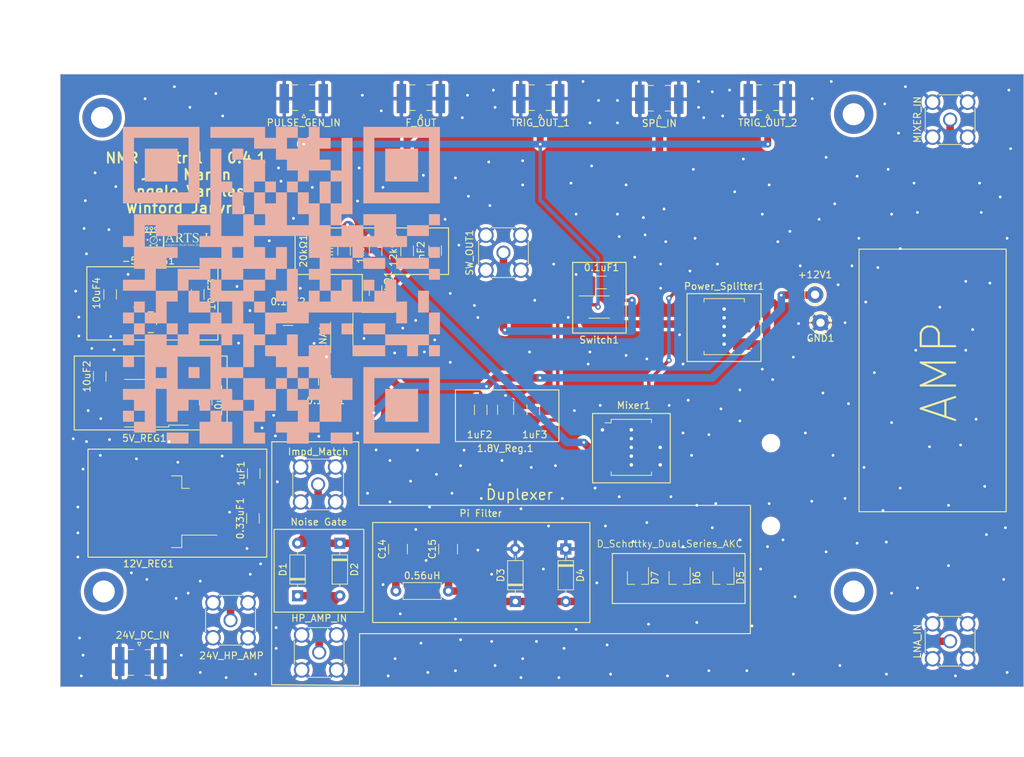
<source format=kicad_pcb>
(kicad_pcb (version 20221018) (generator pcbnew)
  (layers (0 "F.Cu" signal) (31 "B.Cu" signal) (34 "B.Paste" user) (35 "F.Paste" user) (36 "B.SilkS" user "B.Silkscreen") (37 "F.SilkS" user "F.Silkscreen") (38 "B.Mask" user) (39 "F.Mask" user) (44 "Edge.Cuts" user))
  (net 0 "")
  (net 1 "GND")
  (net 2 "Net-(F_OUT1-In)")
  (net 3 "Net-(D1-A)")
  (net 4 "Net-(D3-K)")
  (net 5 "Net-(D1-K)")
  (net 6 "Net-(MIX_RF1-In)")
  (net 7 "Net-(PULSE_GEN_IN1-In)")
  (net 8 "Net-(LNA1-+IN1)")
  (net 9 "Net-(SW_OUT1-In)")
  (net 10 "Net-(LNA1-OUT1)")
  (net 11 "Net-(LNA1--IN1)")
  (net 12 "Net-(LNA1--IN2)")
  (net 13 "Net-(+12V1-In)")
  (net 14 "Net-(1.8V_Reg.1-OUT)")
  (net 17 "Net-(Power_Splitter1-SUM)")
  (net 19 "Net-(Power_Splitter1-PORT2)")
  (net 21 "Net-(12V_REG1-VI)")
  (net 22 "Net-(-5V_REG1-OUT)")
  (net 23 "Net-(-5V_REG1-V+)")
  (net 24 "Net-(-5V_REG1-C1-)")
  (net 25 "Net-(-5V_REG1-C1+)")
  (net 26 "Net-(Mixer1-IF)")
  (net 27 "Net-(Mixer1-LO)")
  (footprint "Connector_Pin:Pin_D1.0mm_L10.0mm_LooseFit" (layer "F.Cu") (at 185.6486 75.184 180)
    (fp_text reference "+12V1")
    (fp_text value "Pin Hole" hide)
  )
  (footprint "Package_TO_SOT_SMD:TSOT-23_HandSoldering" (layer "F.Cu") (at 166.0296 116.264 -90)
    (fp_text reference "D6")
    (fp_text value "D_Schottky_Dual_Series_AKC" hide)
  )
  (footprint "MountingHole:MountingHole_3.2mm_M3_ISO7380_Pad" (layer "F.Cu") (at 191.25 49)
    (fp_text reference "REF**" hide)
    (fp_text value "MountingHole_3.2mm_M3_ISO7380_Pad")
  )
  (footprint "Capacitor_SMD:C_1206_3216Metric" (layer "F.Cu") (at 114.554 87.581 90)
    (fp_text reference "0.1.uF1")
    (fp_text value "0.1uF" hide)
  )
  (footprint "MountingHole:MountingHole_2.2mm_M2_DIN965" (layer "F.Cu") (at 179.25 96.73)
    (fp_text reference "REF**" hide)
    (fp_text value "MountingHole_2.2mm_M2_DIN965")
  )
  (footprint "Capacitor_SMD:C_1206_3216Metric" (layer "F.Cu") (at 117.348 68.754 90)
    (fp_text reference "1nF1")
    (fp_text value "C")
  )
  (footprint "Capacitor_SMD:C_1206_3216Metric" (layer "F.Cu") (at 154.686 73.406 180)
    (fp_text reference "0.1uF1")
    (fp_text value "0.1 uF" hide)
  )
  (footprint "Capacitor_SMD:C_1206_3216Metric" (layer "F.Cu") (at 83.427 75.135 -90)
    (fp_text reference "10uF4")
    (fp_text value "10 uF")
  )
  (footprint "Capacitor_SMD:C_1206_3216Metric" (layer "F.Cu") (at 81.909 87.044 90)
    (fp_text reference "10uF2")
    (fp_text value "10 uF")
  )
  (footprint "Library:ARTS" (layer "F.Cu") (at 94.16 67.21)
    (fp_text reference "G***" hide)
    (fp_text value "LOGO" hide)
  )
  (footprint "Diode_THT:D_DO-35_SOD27_P7.62mm_Horizontal" (layer "F.Cu") (at 116.7384 111.252 -90)
    (fp_text reference "D2")
    (fp_text value "1N4148")
  )
  (footprint "Connector_Coaxial:SMA_Samtec_SMA-J-P-X-ST-EM1_EdgeMount" (layer "F.Cu") (at 178.785 46.736 180)
    (fp_text reference "TRIG_OUT_2")
    (fp_text value "Conn_Coaxial")
  )
  (footprint "Capacitor_SMD:C_1206_3216Metric" (layer "F.Cu") (at 104.255 101.141 90)
    (fp_text reference "1uF1")
    (fp_text value "1 uF" hide)
  )
  (footprint "Capacitor_SMD:C_1206_3216Metric" (layer "F.Cu") (at 96.127 75.135 -90)
    (fp_text reference "10uF3")
    (fp_text value "10 uF" hide)
  )
  (footprint "Resistor_SMD:R_1206_3216Metric" (layer "F.Cu") (at 126.492 68.832 90)
    (fp_text reference "12kΩ1")
    (fp_text value "R" hide)
  )
  (footprint "Library:MF05A" (layer "F.Cu") (at 89.3198 79.1845)
    (fp_text reference "-5V_REG1")
    (fp_text value "LM828M5" hide)
  )
  (footprint "Connector_Coaxial:SMA_Samtec_SMA-J-P-X-ST-EM1_EdgeMount" (layer "F.Cu") (at 87.661 128.409)
    (fp_text reference "24V_DC_IN")
    (fp_text value "Conn_Coaxial")
  )
  (footprint "Package_TO_SOT_SMD:TO-252-2" (layer "F.Cu") (at 88.626 90.931 180)
    (fp_text reference "5V_REG1")
    (fp_text value "NCP1117-5.0_TO252" hide)
  )
  (footprint "Package_TO_SOT_SMD:TO-263-3_TabPin2" (layer "F.Cu") (at 88.991 106.68 180)
    (fp_text reference "12V_REG1")
    (fp_text value "LM7812_TO220" hide)
  )
  (footprint "Capacitor_SMD:C_1206_3216Metric" (layer "F.Cu") (at 109.22 78.74)
    (fp_text reference "0.1uF2")
    (fp_text value "0.1uF" hide)
  )
  (footprint "MountingHole:MountingHole_3.2mm_M3_ISO7380_Pad" (layer "F.Cu") (at 191.25 118.25)
    (fp_text reference "REF**" hide)
    (fp_text value "MountingHole_3.2mm_M3_ISO7380_Pad")
  )
  (footprint "Diode_THT:D_DO-35_SOD27_P7.62mm_Horizontal" (layer "F.Cu") (at 149.5044 112.0846 -90)
    (fp_text reference "D4")
    (fp_text value "1N4148")
  )
  (footprint "Inductor_THT:L_Axial_L5.3mm_D2.2mm_P7.62mm_Horizontal_Vishay_IM-1" (layer "F.Cu") (at 124.8664 118.1806)
    (fp_text reference "0.56uH")
    (fp_text value "L")
  )
  (footprint "Capacitor_SMD:C_1210_3225Metric_Pad1.33x2.70mm_HandSolder" (layer "F.Cu") (at 132.4356 112.1025 90)
    (fp_text reference "C15")
    (fp_text value "C")
  )
  (footprint "Connector_Coaxial:SMA_Amphenol_132291_Vertical" (layer "F.Cu") (at 205.232 49.784 90)
    (fp_text reference "MIXER_IN")
    (fp_text value "Conn_Coaxial")
  )
  (footprint "Capacitor_SMD:C_1206_3216Metric" (layer "F.Cu") (at 104.14 107.647 90)
    (fp_text reference "0.33uF1")
    (fp_text value "0.33 uF" hide)
  )
  (footprint "Package_TO_SOT_SMD:SOT-353_SC-70-5" (layer "F.Cu") (at 140.782 91.8955 -90)
    (fp_text reference "1.8V_Reg.1")
    (fp_text value "NCP715-1.8V" hide)
  )
  (footprint "Connector_Coaxial:SMA_Amphenol_132134_Vertical" (layer "F.Cu") (at 113.5888 102.7176)
    (fp_text reference "Impd_Match")
    (fp_text value "Conn_Coaxial" hide)
  )
  (footprint "Diode_THT:D_DO-35_SOD27_P7.62mm_Horizontal" (layer "F.Cu") (at 142.1904 119.7046 90)
    (fp_text reference "D3")
    (fp_text value "1N4148")
  )
  (footprint "Package_TO_SOT_SMD:TSOT-23_HandSoldering" (layer "F.Cu") (at 172.3796 116.264 -90)
    (fp_text reference "D5")
    (fp_text value "D_Schottky_Dual_Series_AKC" hide)
  )
  (footprint "Package_SO:MSOP-8_3x3mm_P0.65mm" (layer "F.Cu") (at 154.3515 76.9805)
    (fp_text reference "Switch1")
    (fp_text value "ADG901BRMZ" hide)
  )
  (footprint "Capacitor_SMD:C_1206_3216Metric" (layer "F.Cu") (at 137.16 91.899 90)
    (fp_text reference "1uF2")
    (fp_text value "1 uF" hide)
  )
  (footprint "Connector_Coaxial:SMA_Amphenol_132291_Vertical" (layer "F.Cu") (at 205.232 125.476 90)
    (fp_text reference "LNA_IN")
    (fp_text value "Conn_Coaxial")
  )
  (footprint "Connector_Coaxial:SMA_Amphenol_132291_Vertical" (layer "F.Cu") (at 113.7412 127.1016)
    (fp_text reference "HP_AMP_IN")
    (fp_text value "Conn_Coaxial")
  )
  (footprint "RF_Mini-Circuits:Mini-Circuits_CD636_LandPatternPL-035" (layer "F.Cu") (at 172.466 79.8155 180)
    (fp_text reference "Power_Splitter1")
    (fp_text value "ADP-2-1W" hide)
  )
  (footprint "Resistor_SMD:R_1206_3216Metric" (layer "F.Cu") (at 113.284 68.832 90)
    (fp_text reference "20kΩ1")
    (fp_text value "R" hide)
  )
  (footprint "Capacitor_SMD:C_1210_3225Metric_Pad1.33x2.70mm_HandSolder" (layer "F.Cu") (at 125.1712 112.1033 90)
    (fp_text reference "C14")
    (fp_text value "C" hide)
  )
  (footprint "Resistor_SMD:R_1206_3216Metric" (layer "F.Cu") (at 121.92 74.6145 -90)
    (fp_text reference "100kΩ1")
    (fp_text value "R" hide)
  )
  (footprint "Connector_Coaxial:SMA_Samtec_SMA-J-P-X-ST-EM1_EdgeMount" (layer "F.Cu") (at 163.068 46.8265 180)
    (fp_text reference "SPL_IN")
    (fp_text value "Conn_Coaxial")
  )
  (footprint "Connector_Coaxial:SMA_Amphenol_132291_Vertical" (layer "F.Cu") (at 100.8888 122.428)
    (fp_text reference "24V_HP_AMP")
    (fp_text value "Conn_Coaxial")
  )
  (footprint "Connector_Pin:Pin_D1.0mm_L10.0mm_LooseFit" (layer "F.Cu") (at 186.436 79.248)
    (fp_text reference "GND1")
    (fp_text value "Pin Hole")
  )
  (footprint "RF_Mini-Circuits:Mini-Circuits_CD542_LandPatternPL-052" (layer "F.Cu") (at 159.004 97.3415)
    (fp_text reference "Mixer1")
    (fp_text value "ADE-6" hide)
  )
  (footprint "Connector_Coaxial:SMA_Samtec_SMA-J-P-X-ST-EM1_EdgeMount" (layer "F.Cu") (at 145.796 46.736 180)
    (fp_text reference "TRIG_OUT_1")
    (fp_text value "Conn_Coaxial")
  )
  (footprint "Package_SO:TSSOP-8_4.4x3mm_P0.65mm" (layer "F.Cu") (at 117.023 81.408 -90)
    (fp_text reference "LNA1")
    (fp_text value "LM4565" hide)
  )
  (footprint "Capacitor_SMD:C_1206_3216Metric" (layer "F.Cu") (at 144.78 91.899 90)
    (fp_text reference "1uF3")
    (fp_text value "1 uF" hide)
  )
  (footprint "Capacitor_SMD:C_1206_3216Metric" (layer "F.Cu") (at 130.556 68.785 90)
    (fp_text reference "1nF2")
    (fp_text value "C" hide)
  )
  (footprint "Package_TO_SOT_SMD:TSOT-23_HandSoldering" (layer "F.Cu") (at 159.9844 116.264 -90)
    (fp_text reference "D7")
    (fp_text value "D_Schottky_Dual_Series_AKC" hide)
  )
  (footprint "MountingHole:MountingHole_3.2mm_M3_ISO7380_Pad" (layer "F.Cu") (at 82.5 118.25)
    (fp_text reference "REF**" hide)
    (fp_text value "MountingHole_3.2mm_M3_ISO7380_Pad")
  )
  (footprint "Connector_Coaxial:SMA_Samtec_SMA-J-P-X-ST-EM1_EdgeMount" (layer "F.Cu") (at 128.493 46.736 180)
    (fp_text reference "F_OUT")
    (fp_text value "Conn_Coaxial")
  )
  (footprint "MountingHole:MountingHole_3.2mm_M3_ISO7380_Pad" (layer "F.Cu") (at 82.25 49.5)
    (fp_text reference "REF**" hide)
    (fp_text value "MountingHole_3.2mm_M3_ISO7380_Pad")
  )
  (footprint "Capacitor_SMD:C_1206_3216Metric_Pad1.33x1.80mm_HandSolder" (layer "F.Cu") (at 97.282 90.5125 -90)
    (fp_text reference "10uF1")
    (fp_text value "10 uF")
  )
  (footprint "Connector_Coaxial:SMA_Amphenol_132291_Vertical" (layer "F.Cu") (at 140.462 69.088 90)
    (fp_text reference "SW_OUT1")
    (fp_text value "Conn_Coaxial")
  )
  (footprint "Diode_THT:D_DO-35_SOD27_P7.62mm_Horizontal" (layer "F.Cu") (at 110.6084 118.872 90)
    (fp_text reference "D1")
    (fp_text value "1N4148")
  )
  (footprint "MountingHole:MountingHole_2.2mm_M2_DIN965" (layer "F.Cu") (at 179.25 108.74)
    (fp_text reference "REF**" hide)
    (fp_text value "MountingHole_2.2mm_M2_DIN965")
  )
  (footprint "Resistor_SMD:R_1206_3216Metric" (layer "F.Cu") (at 121.92 68.7725 -90)
    (fp_text reference "1kΩ1")
    (fp_text value "R" hide)
  )
  (footprint "Connector_Coaxial:SMA_Samtec_SMA-J-P-X-ST-EM1_EdgeMount" (layer "F.Cu") (at 111.506 46.736 180)
    (fp_text reference "PULSE_GEN_IN")
    (fp_text value "Conn_Coaxial")
  )
  (footprint "Library:githubQR" (layer "B.Cu") (at 108.52 73.56 180)
    (fp_text reference "G***" hide)
    (fp_text value "LOGO" hide)
  )
  (gr_rect (start 107.21 109.24) (end 120.21 121.24) (stroke (width 0.15)) (fill none) (layer "F.SilkS"))
  (gr_line (start 119.48 105.75) (end 176.29 105.76) (stroke (width 0.15)) (layer "F.SilkS"))
  (gr_rect (start 167.08 75.03) (end 177.81 84.88) (stroke (width 0.15)) (fill none) (layer "F.SilkS"))
  (gr_line (start 176.26 124.37) (end 119.6 124.37) (stroke (width 0.15)) (layer "F.SilkS"))
  (gr_rect (start 192.024 68.58) (end 213.36 106.68) (stroke (width 0.15)) (fill none) (layer "F.SilkS"))
  (gr_line (start 119.6 131.88) (end 106.84 131.78) (stroke (width 0.15)) (layer "F.SilkS"))
  (gr_rect (start 78.22 84.09) (end 100.39 94.81) (stroke (width 0.15)) (fill none) (layer "F.SilkS"))
  (gr_line (start 132.5 72.25) (end 124.5 72.25) (stroke (width 0.15)) (layer "F.SilkS"))
  (gr_line (start 106.84 131.78) (end 106.87 96.53) (stroke (width 0.15)) (layer "F.SilkS"))
  (gr_rect (start 121.5 108.25) (end 153 122.75) (stroke (width 0.15)) (fill none) (layer "F.SilkS"))
  (gr_line (start 176.29 105.76) (end 176.26 124.37) (stroke (width 0.15)) (layer "F.SilkS"))
  (gr_rect (start 150.5 70.5) (end 158.25 80.75) (stroke (width 0.15)) (fill none) (layer "F.SilkS"))
  (gr_rect (start 80.22 97.6) (end 106.14 113.27) (stroke (width 0.15)) (fill none) (layer "F.SilkS"))
  (gr_line (start 110.25 72.25) (end 110.25 65.5) (stroke (width 0.15)) (layer "F.SilkS"))
  (gr_line (start 132.5 65.5) (end 132.5 72.25) (stroke (width 0.15)) (layer "F.SilkS"))
  (gr_line (start 119.6 124.37) (end 119.6 131.88) (stroke (width 0.15)) (layer "F.SilkS"))
  (gr_line (start 106.87 96.53) (end 119.48 96.53) (stroke (width 0.15)) (layer "F.SilkS"))
  (gr_line (start 124.5 72.25) (end 124.5 77.75) (stroke (width 0.15)) (layer "F.SilkS"))
  (gr_rect (start 133.5 89) (end 148.5 96.5) (stroke (width 0.15)) (fill none) (layer "F.SilkS"))
  (gr_line (start 124.5 77.75) (end 120 77.75) (stroke (width 0.15)) (layer "F.SilkS"))
  (gr_line (start 119.48 96.53) (end 119.48 105.75) (stroke (width 0.15)) (layer "F.SilkS"))
  (gr_rect (start 80.05 71.13) (end 99.06 81.76) (stroke (width 0.15)) (fill none) (layer "F.SilkS"))
  (gr_line (start 110.25 65.5) (end 132.5 65.5) (stroke (width 0.15)) (layer "F.SilkS"))
  (gr_rect (start 153.39 92.43) (end 164.65 102.49) (stroke (width 0.15)) (fill none) (layer "F.SilkS"))
  (gr_line (start 120 77.75) (end 120 72.25) (stroke (width 0.15)) (layer "F.SilkS"))
  (gr_line (start 120 72.25) (end 110.25 72.25) (stroke (width 0.15)) (layer "F.SilkS"))
  (gr_rect (start 156.25 112.75) (end 175.5 120) (stroke (width 0.15)) (fill none) (layer "F.SilkS"))
  (gr_rect (start 76.2 43.18) (end 215.9 132.08) (stroke (width 0.1)) (fill none) (layer "Edge.Cuts"))
  (gr_text "Duplexer" (at 137.8 105.07) (layer "F.SilkS") (effects (font (size 1.5 1.5) (thickness 0.2)) (justify left bottom)))
  (gr_text "Pi Filter\n" (at 134 107.5) (layer "F.SilkS") (effects (font (size 1 1)) (justify left bottom)))
  (gr_text "Noise Gate\n" (at 109.5 108.75) (layer "F.SilkS") (effects (font (size 1 1)) (justify left bottom)))
  (gr_text "NMR Control V 0.4.1\nJake Martin\nAngelo Varillas\nWinford Janvrin" (at 94.43 63.47) (layer "F.SilkS") (effects (font (size 1.5 1.5) (thickness 0.275) bold) (justify bottom)))
  (gr_text "D_Schottky_Dual_Series_AKC" (at 153.91 111.92) (layer "F.SilkS") (effects (font (size 1 1) (thickness 0.125)) (justify left bottom)))
  (gr_text "Filter" (at 120.25 65) (layer "F.SilkS") (effects (font (size 1 1)) (justify left bottom)))
  (gr_text "AMP" (at 206.6 94.04 90) (layer "F.SilkS") (effects (font (size 5 5) (thickness 0.3)) (justify left bottom)))
  (segment (start 183.388 79.248) (end 183.261 79.375) (width 0.25) (layer "F.Cu") (net 1))
  (segment (start 186.436 79.248) (end 184.785 80.899) (width 0.25) (layer "F.Cu") (net 1))
  (segment (start 151.0405 77.3055) (end 149.86 78.486) (width 0.25) (layer "F.Cu") (net 1))
  (segment (start 114.808 84.201) (end 115.9785 84.201) (width 0.25) (layer "F.Cu") (net 1))
  (segment (start 151.0555 77.3055) (end 151.0405 77.3055) (width 0.25) (layer "F.Cu") (net 1))
  (segment (start 115.9785 84.201) (end 116.048 84.2705) (width 0.25) (layer "F.Cu") (net 1))
  (segment (start 184.785 80.899) (end 184.785 81.788) (width 0.25) (layer "F.Cu") (net 1))
  (segment (start 140.7668 89.8144) (end 140.782 89.7992) (width 0.25) (layer "F.Cu") (net 1))
  (segment (start 186.436 79.248) (end 183.388 79.248) (width 0.25) (layer "F.Cu") (net 1))
  (segment (start 140.782 89.8296) (end 140.7668 89.8144) (width 0.25) (layer "F.Cu") (net 1))
  (segment (start 156.464 76.6555) (end 156.464 77.9555) (width 0.25) (layer "F.Cu") (net 1))
  (segment (start 140.782 90.9455) (end 140.782 89.8296) (width 0.25) (layer "F.Cu") (net 1))
  (segment (start 152.239 77.3055) (end 151.0555 77.3055) (width 0.25) (layer "F.Cu") (net 1))
  (segment (start 189.998 79.248) (end 190 79.25) (width 0.25) (layer "F.Cu") (net 1))
  (segment (start 186.436 79.248) (end 189.998 79.248) (width 0.25) (layer "F.Cu") (net 1))
  (via (at 143 106.25) (size 0.8) (drill 0.4) (layers "F.Cu" "B.Cu") (net 1))
  (via (at 107.5 126.5) (size 0.8) (drill 0.4) (layers "F.Cu" "B.Cu") (net 1))
  (via (at 191.75 111.25) (size 0.8) (drill 0.4) (layers "F.Cu" "B.Cu") (net 1))
  (via (at 188.5 62) (size 0.8) (drill 0.4) (layers "F.Cu" "B.Cu") (net 1))
  (via (at 153.75 103.25) (size 0.8) (drill 0.4) (layers "F.Cu" "B.Cu") (net 1))
  (via (at 157.25 104.5) (size 0.8) (drill 0.4) (layers "F.Cu" "B.Cu") (net 1))
  (via (at 78.75 113.25) (size 0.8) (drill 0.4) (layers "F.Cu" "B.Cu") (net 1))
  (via (at 193 76.25) (size 0.8) (drill 0.4) (layers "F.Cu" "B.Cu") (net 1))
  (via (at 139.25 129) (size 0.8) (drill 0.4) (layers "F.Cu" "B.Cu") (net 1))
  (via (at 210.5 110) (size 0.8) (drill 0.4) (layers "F.Cu" "B.Cu") (net 1))
  (via (at 79 125) (size 0.8) (drill 0.4) (layers "F.Cu" "B.Cu") (net 1))
  (via (at 164 67.5) (size 0.8) (drill 0.4) (layers "F.Cu" "B.Cu") (net 1))
  (via (at 133 104) (size 0.8) (drill 0.4) (layers "F.Cu" "B.Cu") (net 1))
  (via (at 100.75 106.75) (size 0.8) (drill 0.4) (layers "F.Cu" "B.Cu") (net 1))
  (via (at 94.75 118.5) (size 0.8) (drill 0.4) (layers "F.Cu" "B.Cu") (net 1))
  (via (at 120.2436 81.534) (size 0.8) (drill 0.4) (layers "F.Cu" "B.Cu") (net 1))
  (via (at 78.8924 78.4352) (size 0.8) (drill 0.4) (layers "F.Cu" "B.Cu") (net 1))
  (via (at 157 63.5) (size 0.8) (drill 0.4) (layers "F.Cu" "B.Cu") (net 1))
  (via (at 153.25 56.5) (size 0.8) (drill 0.4) (layers "F.Cu" "B.Cu") (net 1))
  (via (at 107.8484 56.7944) (size 0.8) (drill 0.4) (layers "F.Cu" "B.Cu") (net 1))
  (via (at 190 104.75) (size 0.8) (drill 0.4) (layers "F.Cu" "B.Cu") (net 1))
  (via (at 132 64.25) (size 0.8) (drill 0.4) (layers "F.Cu" "B.Cu") (net 1))
  (via (at 147 108.75) (size 0.8) (drill 0.4) (layers "F.Cu" "B.Cu") (net 1))
  (via (at 212.5 61) (size 0.8) (drill 0.4) (layers "F.Cu" "B.Cu") (net 1))
  (via (at 174 60.25) (size 0.8) (drill 0.4) (layers "F.Cu" "B.Cu") (net 1))
  (via (at 121.9962 97.7138) (size 0.8) (drill 0.4) (layers "F.Cu" "B.Cu") (net 1))
  (via (at 88.5 46.75) (size 0.8) (drill 0.4) (layers "F.Cu" "B.Cu") (net 1))
  (via (at 151 123.75) (size 0.8) (drill 0.4) (layers "F.Cu" "B.Cu") (net 1))
  (via (at 196 130.25) (size 0.8) (drill 0.4) (layers "F.Cu" "B.Cu") (net 1))
  (via (at 154.25 47) (size 0.8) (drill 0.4) (layers "F.Cu" "B.Cu") (net 1))
  (via (at 161.25 108.25) (size 0.8) (drill 0.4) (layers "F.Cu" "B.Cu") (net 1))
  (via (at 213.75 45.5) (size 0.8) (drill 0.4) (layers "F.Cu" "B.Cu") (net 1))
  (via (at 101.8286 73.9902) (size 0.8) (drill 0.4) (layers "F.Cu" "B.Cu") (net 1))
  (via (at 163.25 74.25) (size 0.8) (drill 0.4) (layers "F.Cu" "B.Cu") (net 1))
  (via (at 129 83.5) (size 0.8) (drill 0.4) (layers "F.Cu" "B.Cu") (net 1))
  (via (at 158.25 59.25) (size 0.8) (drill 0.4) (layers "F.Cu" "B.Cu") (net 1))
  (via (at 127 102.25) (size 0.8) (drill 0.4) (layers "F.Cu" "B.Cu") (net 1))
  (via (at 80 69.25) (size 0.8) (drill 0.4) (layers "F.Cu" "B.Cu") (net 1))
  (via (at 96.5 130) (size 0.8) (drill 0.4) (layers "F.Cu" "B.Cu") (net 1))
  (via (at 151 63.5) (size 0.8) (drill 0.4) (layers "F.Cu" "B.Cu") (net 1))
  (via (at 136.75 78.5) (size 0.8) (drill 0.4) (layers "F.Cu" "B.Cu") (net 1))
  (via (at 211 73.5) (size 0.8) (drill 0.4) (layers "F.Cu" "B.Cu") (net 1))
  (via (at 134 68) (size 0.8) (drill 0.4) (layers "F.Cu" "B.Cu") (net 1))
  (via (at 86.0298 72.2376) (size 0.8) (drill 0.4) (layers "F.Cu" "B.Cu") (net 1))
  (via (at 167.5 71.75) (size 0.8) (drill 0.4) (layers "F.Cu" "B.Cu") (net 1))
  (via (at 102.0572 82.2198) (size 0.8) (drill 0.4) (layers "F.Cu" "B.Cu") (net 1))
  (via (at 189 73.75) (size 0.8) (drill 0.4) (layers "F.Cu" "B.Cu") (net 1))
  (via (at 130.5 81.75) (size 0.8) (drill 0.4) (layers "F.Cu" "B.Cu") (net 1))
  (via (at 149.25 126.5) (size 0.8) (drill 0.4) (layers "F.Cu" "B.Cu") (net 1))
  (via (at 136.75 112.25) (size 0.8) (drill 0.4) (layers "F.Cu" "B.Cu") (net 1))
  (via (at 112.7506 59.6138) (size 0.8) (drill 0.4) (layers "F.Cu" "B.Cu") (net 1))
  (via (at 119.5324 56.7944) (size 0.8) (drill 0.4) (layers "F.Cu" "B.Cu") (net 1))
  (via (at 99.75 49.25) (size 0.8) (drill 0.4) (layers "F.Cu" "B.Cu") (net 1))
  (via (at 87.25 99) (size 0.8) (drill 0.4) (layers "F.Cu" "B.Cu") (net 1))
  (via (at 163.25 70.75) (size 0.8) (drill 0.4) (layers "F.Cu" "B.Cu") (net 1))
  (via (at 168.75 48) (size 0.8) (drill 0.4) (layers "F.Cu" "B.Cu") (net 1))
  (via (at 156 130.25) (size 0.8) (drill 0.4) (layers "F.Cu" "B.Cu") (net 1))
  (via (at 166 81) (size 0.8) (drill 0.4) (layers "F.Cu" "B.Cu") (net 1))
  (via (at 192 67) (size 0.8) (drill 0.4) (layers "F.Cu" "B.Cu") (net 1))
  (via (at 134.5 49.5) (size 0.8) (drill 0.4) (layers "F.Cu" "B.Cu") (net 1))
  (via (at 135.382 60.9092) (size 0.8) (drill 0.4) (layers "F.Cu" "B.Cu") (net 1))
  (via (at 175.75 129.75) (size 0.8) (drill 0.4) (layers "F.Cu" "B.Cu") (net 1))
  (via (at 130.75 101.25) (size 0.8) (drill 0.4) (layers "F.Cu" "B.Cu") (net 1))
  (via (at 200.25 83.25) (size 0.8) (drill 0.4) (layers "F.Cu" "B.Cu") (net 1))
  (via (at 195.5 106.5) (size 0.8) (drill 0.4) (layers "F.Cu" "B.Cu") (net 1))
  (via (at 93 119.25) (size 0.8) (drill 0.4) (layers "F.Cu" "B.Cu") (net 1))
  (via (at 100.25 130.75) (size 0.8) (drill 0.4) (layers "F.Cu" "B.Cu") (net 1))
  (via (at 114.808 84.201) (size 0.8) (drill 0.4) (layers "F.Cu" "B.Cu") (net 1))
  (via (at 132.75 75) (size 0.8) (drill 0.4) (layers "F.Cu" "B.Cu") (net 1))
  (via (at 79.5 100.5) (size 0.8) (drill 0.4) (layers "F.Cu" "B.Cu") (net 1))
  (via (at 133.5 129.75) (size 0.8) (drill 0.4) (layers "F.Cu" "B.Cu") (net 1))
  (via (at 188.25 98.5) (size 0.8) (drill 0.4) (layers "F.Cu" "B.Cu") (net 1))
  (via (at 83.25 65.75) (size 0.8) (drill 0.4) (layers "F.Cu" "B.Cu") (net 1))
  (via (at 161 66.5) (size 0.8) (drill 0.4) (layers "F.Cu" "B.Cu") (net 1))
  (via (at 172 91.75) (size 0.8) (drill 0.4) (layers "F.Cu" "B.Cu") (net 1))
  (via (at 184.785 81.788) (size 0.8) (drill 0.4) (layers "F.Cu" "B.Cu") (net 1))
  (via (at 175.25 55.5) (size 0.8) (drill 0.4) (layers "F.Cu" "B.Cu") (net 1))
  (via (at 134.25 100) (size 0.8) (drill 0.4) (layers "F.Cu" "B.Cu") (net 1))
  (via (at 134.75 97.75) (size 0.8) (drill 0.4) (layers "F.Cu" "B.Cu") (net 1))
  (via (at 119.3038 95.2754) (size 0.8) (drill 0.4) (layers "F.Cu" "B.Cu") (net 1))
  (via (at 206.75 97) (size 0.8) (drill 0.4) (layers "F.Cu" "B.Cu") (net 1))
  (via (at 96.5 116.75) (size 0.8) (drill 0.4) (layers "F.Cu" "B.Cu") (net 1))
  (via (at 200 59) (size 0.8) (drill 0.4) (layers "F.Cu" "B.Cu") (net 1))
  (via (at 190 79.25) (size 0.8) (drill 0.4) (layers "F.Cu" "B.Cu") (net 1))
  (via (at 80.772 82.9818) (size 0.8) (drill 0.4) (layers "F.Cu" "B.Cu") (net 1))
  (via (at 93.25 99.5) (size 0.8) (drill 0.4) (layers "F.Cu" "B.Cu") (net 1))
  (via (at 164.75 104.5) (size 0.8) (drill 0.4) (layers "F.Cu" "B.Cu") (net 1))
  (via (at 153 83.5) (size 0.8) (drill 0.4) (layers "F.Cu" "B.Cu") (net 1))
  (via (at 133.5 58.25) (size 0.8) (drill 0.4) (layers "F.Cu" "B.Cu") (net 1))
  (via (at 107.6706 102.3366) (size 0.8) (drill 0.4) (layers "F.Cu" "B.Cu") (net 1))
  (via (at 150.25 59) (size 0.8) (drill 0.4) (layers "F.Cu" "B.Cu") (net 1))
  (via (at 174.75 110.75) (size 0.8) (drill 0.4) (layers "F.Cu" "B.Cu") (net 1))
  (via (at 166.5 95.25) (size 0.8) (drill 0.4) (layers "F.Cu" "B.Cu") (net 1))
  (via (at 192.75 100.25) (size 0.8) (drill 0.4) (layers "F.Cu" "B.Cu") (net 1))
  (via (at 127.7366 78.9178) (size 0.8) (drill 0.4) (layers "F.Cu" "B.Cu") (net 1))
  (via (at 108.204 58.7248) (size 0.8) (drill 0.4) (layers "F.Cu" "B.Cu") (net 1))
  (via (at 145.25 125.5) (size 0.8) (drill 0.4) (layers "F.Cu" "B.Cu") (net 1))
  (via (at 107.1372 92.6846) (size 0.8) (drill 0.4) (layers "F.Cu" "B.Cu") (net 1))
  (via (at 182.75 119) (size 0.8) (drill 0.4) (layers "F.Cu" "B.Cu") (net 1))
  (via (at 183.5 71) (size 0.8) (drill 0.4) (layers "F.Cu" "B.Cu") (net 1))
  (via (at 214 54) (size 0.8) (drill 0.4) (layers "F.Cu" "B.Cu") (net 1))
  (via (at 140.7668 89.8144) (size 0.8) (drill 0.4) (layers "F.Cu" "B.Cu") (net 1))
  (via (at 213.25 109) (size 0.8) (drill 0.4) (layers "F.Cu" "B.Cu") (net 1))
  (via (at 138.5 62.25) (size 0.8) (drill 0.4) (layers "F.Cu" "B.Cu") (net 1))
  (via (at 189.25 129) (size 0.8) (drill 0.4) (layers "F.Cu" "B.Cu") (net 1))
  (via (at 168.5 105.75) (size 0.8) (drill 0.4) (layers "F.Cu" "B.Cu") (net 1))
  (via (at 213.5 67) (size 0.8) (drill 0.4) (layers "F.Cu" "B.Cu") (net 1))
  (via (at 84.25 59.5) (size 0.8) (drill 0.4) (layers "F.Cu" "B.Cu") (net 1))
  (via (at 181 110.75) (size 0.8) (drill 0.4) (layers "F.Cu" "B.Cu") (net 1))
  (via (at 171.25 105.5) (size 0.8) (drill 0.4) (layers "F.Cu" "B.Cu") (net 1))
  (via (at 79.5 127.5) (size 0.8) (drill 0.4) (layers "F.Cu" "B.Cu") (net 1))
  (via (at 105.4608 94.5134) (size 0.8) (drill 0.4) (layers "F.Cu" "B.Cu") (net 1))
  (via (at 143.25 128) (size 0.8) (drill 0.4) (layers "F.Cu" "B.Cu") (net 1))
  (via (at 170.75 45.75) (size 0.8) (drill 0.4) (layers "F.Cu" "B.Cu") (net 1))
  (via (at 105.25 114.25) (size 0.8) (drill 0.4) (layers "F.Cu" "B.Cu") (net 1))
  (via (at 213.5 130) (size 0.8) (drill 0.4) (layers "F.Cu" "B.Cu") (net 1))
  (via (at 134.25 125.25) (size 0.8) (drill 0.4) (layers "F.Cu" "B.Cu") (net 1))
  (via (at 182 66) (size 0.8) (drill 0.4) (layers "F.Cu" "B.Cu") (net 1))
  (via (at 179.5 87.5) (size 0.8) (drill 0.4) (layers "F.Cu" "B.Cu") (net 1))
  (via (at 144.5 100.25) (size 0.8) (drill 0.4) (layers "F.Cu" "B.Cu") (net 1))
  (via (at 177.75 115) (size 0.8) (drill 0.4) (layers "F.Cu" "B.Cu") (net 1))
  (via (at 147.75 70.75) (size 0.8) (drill 0.4) (layers "F.Cu" "B.Cu") (net 1))
  (via (at 194.25 86.5) (size 0.8) (drill 0.4) (layers "F.Cu" "B.Cu") (net 1))
  (via (at 150.75 92) (size 0.8) (drill 0.4) (layers "F.Cu" "B.Cu") (net 1))
  (via (at 143.25 55.75) (size 0.8) (drill 0.4) (layers "F.Cu" "B.Cu") (net 1))
  (via (at 120 46.25) (size 0.8) (drill 0.4) (layers "F.Cu" "B.Cu") (net 1))
  (via (at 80 96.5) (size 0.8) (drill 0.4) (layers "F.Cu" "B.Cu") (net 1))
  (via (at 129.25 113.75) (size 0.8) (drill 0.4) (layers "F.Cu" "B.Cu") (net 1))
  (via (at 155.25 108.75) (size 0.8) (drill 0.4) (layers "F.Cu" "B.Cu") (net 1))
  (via (at 138.3284 55.9308) (size 0.8) (drill 0.4) (layers "F.Cu" "B.Cu") (net 1))
  (via (at 195.98 111.08) (size 0.8) (drill 0.4) (layers "F.Cu" "B.Cu") (net 1))
  (via (at 122.9868 59.6138) (size 0.8) (drill 0.4) (layers "F.Cu" "B.Cu") (net 1))
  (via (at 92.75 45) (size 0.8) (drill 0.4) (layers "F.Cu" "B.Cu") (net 1))
  (via (at 78.0796 96.0882) (size 0.8) (drill 0.4) (layers "F.Cu" "B.Cu") (net 1))
  (via (at 160.75 64) (size 0.8) (drill 0.4) (layers "F.Cu" "B.Cu") (net 1))
  (via (at 103.2764 112.014) (size 0.8) (drill 0.4) (layers "F.Cu" "B.Cu") (net 1))
  (via (at 187.25 112.5) (size 0.8) (drill 0.4) (layers "F.Cu" "B.Cu") (net 1))
  (via (at 104.5 130.25) (size 0.8) (drill 0.4) (layers "F.Cu" "B.Cu") (net 1))
  (via (at 82 98.5) (size 0.8) (drill 0.4) (layers "F.Cu" "B.Cu") (net 1))
  (via (at 170.25 129.75) (size 0.8) (drill 0.4) (layers "F.Cu" "B.Cu") (net 1))
  (via (at 125.5 121.5) (size 0.8) (drill 0.4) (layers "F.Cu" "B.Cu") (net 1))
  (via (at 93.75 127.5) (size 0.8) (drill 0.4) (layers "F.Cu" "B.Cu") (net 1))
  (via (at 170.25 95.5) (size 0.8) (drill 0.4) (layers "F.Cu" "B.Cu") (net 1))
  (via (at 129.75 106) (size 0.8) (drill 0.4) (layers "F.Cu" "B.Cu") (net 1))
  (via (at 78.75 109.75) (size 0.8) (drill 0.4) (layers "F.Cu" "B.Cu") (net 1))
  (via (at 111 74.25) (size 0.8) (drill 0.4) (layers "F.Cu" "B.Cu") (net 1))
  (via (at 135.25 46.25) (size 0.8) (drill 0.4) (layers "F.Cu" "B.Cu") (net 1))
  (via (at 178 86) (size 0.8) (drill 0.4) (layers "F.Cu" "B.Cu") (net 1))
  (via (at 78.75 106) (size 0.8) (drill 0.4) (layers "F.Cu" "B.Cu") (net 1))
  (via (at 107.3912 95.6818) (size 0.8) (drill 0.4) (layers "F.Cu" "B.Cu") (net 1))
  (via (at 168 57) (size 0.8) (drill 0.4) (layers "F.Cu" "B.Cu") (net 1))
  (via (at 138.75 115.75) (size 0.8) (drill 0.4) (layers "F.Cu" "B.Cu") (net 1))
  (via (at 149 104.75) (size 0.8) (drill 0.4) (layers "F.Cu" "B.Cu") (net 1))
  (via (at 78.4352 74.676) (size 0.8) (drill 0.4) (layers "F.Cu" "B.Cu") (net 1))
  (via (at 127.75 109.25) (size 0.8) (drill 0.4) (layers "F.Cu" "B.Cu") (net 1))
  (via (at 128 97.75) (size 0.8) (drill 0.4) (layers "F.Cu" "B.Cu") (net 1))
  (via (at 164.25 130.5) (size 0.8) (drill 0.4) (layers "F.Cu" "B.Cu") (net 1))
  (via (at 187.25 55.25) (size 0.8) (drill 0.4) (layers "F.Cu" "B.Cu") (net 1))
  (via (at 154.5 91.25) (size 0.8) (drill 0.4) (layers "F.Cu" "B.Cu") (net 1))
  (via (at 179 59.25) (size 0.8) (drill 0.4) (layers "F.Cu" "B.Cu") (net 1))
  (via (at 209.75 63.25) (size 0.8) (drill 0.4) (layers "F.Cu" "B.Cu") (net 1))
  (via (at 144.25 83.5) (size 0.8) (drill 0.4) (layers "F.Cu" "B.Cu") (net 1))
  (via (at 194.75 71.25) (size 0.8) (drill 0.4) (layers "F.Cu" "B.Cu") (net 1))
  (via (at 209 93.25) (size 0.8) (drill 0.4) (layers "F.Cu" "B.Cu") (net 1))
  (via (at 197.75 51.75) (size 0.8) (drill 0.4) (layers "F.Cu" "B.Cu") (net 1))
  (via (at 202.25 97.25) (size 0.8) (drill 0.4) (layers "F.Cu" "B.Cu") (net 1))
  (via (at 113.6904 95.7326) (size 0.8) (drill 0.4) (layers "F.Cu" "B.Cu") (net 1))
  (via (at 140.25 99.25) (size 0.8) (drill 0.4) (layers "F.Cu" "B.Cu") (net 1))
  (via (at 157.25 66.75) (size 0.8) (drill 0.4) (layers "F.Cu" "B.Cu") (net 1))
  (via (at 133.5 122.25) (size 0.8) (drill 0.4) (layers "F.Cu" "B.Cu") (net 1))
  (via (at 123.75 130.5) (size 0.8) (drill 0.4) (layers "F.Cu" "B.Cu") (net 1))
  (via (at 191 71) (size 0.8) (drill 0.4) (layers "F.Cu" "B.Cu") (net 1))
  (via (at 206 130.5) (size 0.8) (drill 0.4) (layers "F.Cu" "B.Cu") (net 1))
  (via (at 143 130.75) (size 0.8) (drill 0.4) (layers "F.Cu" "B.Cu") (net 1))
  (via (at 128.8542 57.8612) (size 0.8) (drill 0.4) (layers "F.Cu" "B.Cu") (net 1))
  (via (at 182.5 130.25) (size 0.8) (drill 0.4) (layers "F.Cu" "B.Cu") (net 1))
  (via (at 186.79 89.45) (size 0.8) (drill 0.4) (layers "F.Cu" "B.Cu") (net 1))
  (via (at 139.25 48) (size 0.8) (drill 0.4) (layers "F.Cu" "B.Cu") (net 1))
  (via (at 113 82.25) (size 0.8) (drill 0.4) (layers "F.Cu" "B.Cu") (net 1))
  (via (at 164.5 91.25) (size 0.8) (drill 0.4) (layers "F.Cu" "B.Cu") (net 1))
  (via (at 81.25 57.5) (size 0.8) (drill 0.4) (layers "F.Cu" "B.Cu") (net 1))
  (via (at 172.25 49.25) (size 0.8) (drill 0.4) (layers "F.Cu" "B.Cu") (net 1))
  (via (at 79.6544 65.5828) (size 0.8) (drill 0.4) (layers "F.Cu" "B.Cu") (net 1))
  (via (at 205 114.5) (size 0.8) (drill 0.4) (layers "F.Cu" "B.Cu") (net 1))
  (via (at 163.75 62.75) (size 0.8) (drill 0.4) (layers "F.Cu" "B.Cu") (net 1))
  (via (at 198 103.25) (size 0.8) (drill 0.4) (layers "F.Cu" "B.Cu") (net 1))
  (via (at 151 72.25) (size 0.8) (drill 0.4) (layers "F.Cu" "B.Cu") (net 1))
  (via (at 136.25 76.75) (size 0.8) (drill 0.4) (layers "F.Cu" "B.Cu") (net 1))
  (via (at 79.25 130.5) (size 0.8) (drill 0.4) (layers "F.Cu" "B.Cu") (net 1))
  (via (at 154 117) (size 0.8) (drill 0.4) (layers "F.Cu" "B.Cu") (net 1))
  (via (at 180.25 67.5) (size 0.8) (drill 0.4) (layers "F.Cu" "B.Cu") (net 1))
  (via (at 174.75 89) (size 0.8) (drill 0.4) (layers "F.Cu" "B.Cu") (net 1))
  (via (at 167.75 98.5) (size 0.8) (drill 0.4) (layers "F.Cu" "B.Cu") (net 1))
  (via (at 139 45.5) (size 0.8) (drill 0.4) (layers "F.Cu" "B.Cu") (net 1))
  (via (at 185.166 105.156) (size 0.8) (drill 0.4) (layers "F.Cu" "B.Cu") (net 1))
  (via (at 182.5 84.25) (size 0.8) (drill 0.4) (layers "F.Cu" "B.Cu") (net 1))
  (via (at 103.7082 77.4954) (size 0.8) (drill 0.4) (layers "F.Cu" "B.Cu") (net 1))
  (via (at 168.25 67) (size 0.8) (drill 0.4) (layers "F.Cu" "B.Cu") (net 1))
  (via (at 155.5 126) (size 0.8) (drill 0.4) (layers "F.Cu" "B.Cu") (net 1))
  (via (at 166.5 85.25) (size 0.8) (drill 0.4) (layers "F.Cu" "B.Cu") (net 1))
  (via (at 145 76) (size 0.8) (drill 0.4) (layers "F.Cu" "B.Cu") (net 1))
  (via (at 161.5 123) (size 0.8) (drill 0.4) (layers "F.Cu" "B.Cu") (net 1))
  (via (at 95 48) (size 0.8) (drill 0.4) (layers "F.Cu" "B.Cu") (net 1))
  (via (at 173.25 45.5) (size 0.8) (drill 0.4) (layers "F.Cu" "B.Cu") (net 1))
  (via (at 88.75 116.5) (size 0.8) (drill 0.4) (layers "F.Cu" "B.Cu") (net 1))
  (via (at 106.5022 67.3608) (size 0.8) (drill 0.4) (layers "F.Cu" "B.Cu") (net 1))
  (via (at 128.5 125.75) (size 0.8) (drill 0.4) (layers "F.Cu" "B.Cu") (net 1))
  (via (at 198.75 45) (size 0.8) (drill 0.4) (layers "F.Cu" "B.Cu") (net 1))
  (via (at 125.857 80.0354) (size 0.8) (drill 0.4) (layers "F.Cu" "B.Cu") (net 1))
  (via (at 123 117.25) (size 0.8) (drill 0.4) (layers "F.Cu" "B.Cu") (net 1))
  (via (at 207.5 73.25) (size 0.8) (drill 0.4) (layers "F.Cu" "B.Cu") (net 1))
  (via (at 83.5 81.25) (size 0.8) (drill 0.4) (layers "F.Cu" "B.Cu") (net 1))
  (via (at 170.75 109) (size 0.8) (drill 0.4) (layers "F.Cu" "B.Cu") (net 1))
  (via (at 185.25 46.75) (size 0.8) (drill 0.4) (layers "F.Cu" "B.Cu") (net 1))
  (via (at 80.25 92) (size 0.8) (drill 0.4) (layers "F.Cu" "B.Cu") (net 1))
  (via (at 92 96.5) (size 0.8) (drill 0.4) (layers "F.Cu" "B.Cu") (net 1))
  (via (at 191.75 58) (size 0.8) (drill 0.4) (layers "F.Cu" "B.Cu") (net 1))
  (via (at 83.9978 83.1596) (size 0.8) (drill 0.4) (layers "F.Cu" "B.Cu") (net 1))
  (via (at 200.5 117.75) (size 0.8) (drill 0.4) (layers "F.Cu" "B.Cu") (net 1))
  (via (at 205 105.75) (size 0.8) (drill 0.4) (layers "F.Cu" "B.Cu") (net 1))
  (via (at 99.6696 98.6028) (size 0.8) (drill 0.4) (layers "F.Cu" "B.Cu") (net 1))
  (via (at 196.75 93.75) (size 0.8) (drill 0.4) (layers "F.Cu" "B.Cu") (net 1))
  (via (at 196.75 63.5) (size 0.8) (drill 0.4) (layers "F.Cu" "B.Cu") (net 1))
  (via (at 184.25 95.25) (size 0.8) (drill 0.4) (layers "F.Cu" "B.Cu") (net 1))
  (via (at 146.25 115) (size 0.8) (drill 0.4) (layers "F.Cu" "B.Cu") (net 1))
  (via (at 122.75 48.5) (size 0.8) (drill 0.4) (layers "F.Cu" "B.Cu") (net 1))
  (via (at 132.75 85) (size 0.8) (drill 0.4) (layers "F.Cu" "B.Cu") (net 1))
  (via (at 198 68.5) (size 0.8) (drill 0.4) (layers "F.Cu" "B.Cu") (net 1))
  (via (at 103.75 115.75) (size 0.8) (drill 0.4) (layers "F.Cu" "B.Cu") (net 1))
  (via (at 168.5 122.75) (size 0.8) (drill 0.4) (layers "F.Cu" "B.Cu") (net 1))
  (via (at 153 50.25) (size 0.8) (drill 0.4) (layers "F.Cu" "B.Cu") (net 1))
  (via (at 196.25 57) (size 0.8) (drill 0.4) (layers "F.Cu" "B.Cu") (net 1))
  (via (at 203.75 77) (size 0.8) (drill 0.4) (layers "F.Cu" "B.Cu") (net 1))
  (via (at 138.5 102.75) (size 0.8) (drill 0.4) (layers "F.Cu" "B.Cu") (net 1))
  (via (at 210.25 103) (size 0.8) (drill 0.4) (layers "F.Cu" "B.Cu") (net 1))
  (via (at 209.5 59) (size 0.8) (drill 0.4) (layers "F.Cu" "B.Cu") (net 1))
  (via (at 157 50.25) (size 0.8) (drill 0.4) (layers "F.Cu" "B.Cu") (net 1))
  (via (at 148 100) (size 0.8) (drill 0.4) (layers "F.Cu" "B.Cu") (net 1))
  (via (at 176.5 123.25) (size 0.8) (drill 0.4) (layers "F.Cu" "B.Cu") (net 1))
  (via (at 152 44.25) (size 0.8) (drill 0.4) (layers "F.Cu" "B.Cu") (net 1))
  (via (at 110.0074 64.1096) (size 0.8) (drill 0.4) (layers "F.Cu" "B.Cu") (net 1))
  (via (at 166.5 111.75) (size 0.8) (drill 0.4) (layers "F.Cu" "B.Cu") (net 1))
  (via (at 124 99.25) (size 0.8) (drill 0.4) (layers "F.Cu" "B.Cu") (net 1))
  (via (at 196.75 118.5) (size 0.8) (drill 0.4) (layers "F.Cu" "B.Cu") (net 1))
  (via (at 183.261 79.375) (size 0.8) (drill 0.4) (layers "F.Cu" "B.Cu") (net 1))
  (via (at 83.3374 96.2152) (size 0.8) (drill 0.4) (layers "F.Cu" "B.Cu") (net 1))
  (via (at 200.5 63.25) (size 0.8) (drill 0.4) (layers "F.Cu" "B.Cu") (net 1))
  (via (at 208.5 80.25) (size 0.8) (drill 0.4) (layers "F.Cu" "B.Cu") (net 1))
  (via (at 195.75 47.5) (size 0.8) (drill 0.4) (layers "F.Cu" "B.Cu") (net 1))
  (via (at 159.5 69.75) (size 0.8) (drill 0.4) (layers "F.Cu" "B.Cu") (net 1))
  (via (at 158.25 84) (size 0.8) (drill 0.4) (layers "F.Cu" "B.Cu") (net 1))
  (via (at 120.75 104) (size 0.8) (drill 0.4) (layers "F.Cu" "B.Cu") (net 1))
  (via (at 78.8924 81.1784) (size 0.8) (drill 0.4) (layers "F.Cu" "B.Cu") (net 1))
  (via (at 159.25 111) (size 0.8) (drill 0.4) (layers "F.Cu" "B.Cu") (net 1))
  (via (at 178.75 111.75) (size 0.8) (drill 0.4) (layers "F.Cu" "B.Cu") (net 1))
  (via (at 137.25 104.75) (size 0.8) (drill 0.4) (layers "F.Cu" "B.Cu") (net 1))
  (via (at 207.5 83.25) (size 0.8) (drill 0.4) (layers "F.Cu" "B.Cu") (net 1))
  (via (at 107.5 123.5) (size 0.8) (drill 0.4) (layers "F.Cu" "B.Cu") (net 1))
  (via (at 98.75 46) (size 0.8) (drill 0.4) (layers "F.Cu" "B.Cu") (net 1))
  (via (at 161.25 84.5) (size 0.8) (drill 0.4) (layers "F.Cu" "B.Cu") (net 1))
  (via (at 213 116.5) (size 0.8) (drill 0.4) (layers "F.Cu" "B.Cu") (net 1))
  (via (at 119.3038 61.595) (size 0.8) (drill 0.4) (layers "F.Cu" "B.Cu") (net 1))
  (via (at 174.75 93.5) (size 0.8) (drill 0.4) (layers "F.Cu" "B.Cu") (net 1))
  (via (at 79.8322 61.5442) (size 0.8) (drill 0.4) (layers "F.Cu" "B.Cu") (net 1))
  (via (at 168.75 44.25) (size 0.8) (drill 0.4) (layers "F.Cu" "B.Cu") (net 1))
  (via (at 179 105.5) (size 0.8) (drill 0.4) (layers "F.Cu" "B.Cu") (net 1))
  (via (at 188 44.25) (size 0.8) (drill 0.4) (layers "F.Cu" "B.Cu") (net 1))
  (via (at 86.51 115.55) (size 0.8) (drill 0.4) (layers "F.Cu" "B.Cu") (net 1))
  (via (at 169.5 49.5) (size 0.8) (drill 0.4) (layers "F.Cu" "B.Cu") (net 1))
  (via (at 167.25 90.5) (size 0.8) (drill 0.4) (layers "F.Cu" "B.Cu") (net 1))
  (via (at 124.6886 83.6422) (size 0.8) (drill 0.4) (layers "F.Cu" "B.Cu") (net 1))
  (via (at 124.75 128) (size 0.8) (drill 0.4) (layers "F.Cu" "B.Cu") (net 1))
  (via (at 171.5 70.75) (size 0.8) (drill 0.4) (layers "F.Cu" "B.Cu") (net 1))
  (via (at 148.5 130.75) (size 0.8) (drill 0.4) (layers "F.Cu" "B.Cu") (net 1))
  (via (at 143.25 59.25) (size 0.8) (drill 0.4) (layers "F.Cu" "B.Cu") (net 1))
  (via (at 138.75 125.5) (size 0.8) (drill 0.4) (layers "F.Cu" "B.Cu") (net 1))
  (via (at 178 63.5) (size 0.8) (drill 0.4) (layers "F.Cu" "B.Cu") (net 1))
  (via (at 129.5 130) (size 0.8) (drill 0.4) (layers "F.Cu" "B.Cu") (net 1))
  (via (at 152.75 85.25) (size 0.8) (drill 0.4) (layers "F.Cu" "B.Cu") (net 1))
  (via (at 82.0674 93.1672) (size 0.8) (drill 0.4) (layers "F.Cu" "B.Cu") (net 1))
  (via (at 149.86 78.486) (size 0.8) (drill 0.4) (layers "F.Cu" "B.Cu") (net 1))
  (via (at 186.25 64.25) (size 0.8) (drill 0.4) (layers "F.Cu" "B.Cu") (net 1))
  (via (at 190.5 91) (size 0.8) (drill 0.4) (layers "F.Cu" "B.Cu") (net 1))
  (via (at 157 47) (size 0.8) (drill 0.4) (layers "F.Cu" "B.Cu") (net 1))
  (via (at 124 105.25) (size 0.8) (drill 0.4) (layers "F.Cu" "B.Cu") (net 1))
  (segment (start 126.492 52.578) (end 128.493 50.577) (width 1) (layer "F.Cu") (net 2))
  (segment (start 126.492 67.3695) (end 126.492 52.578) (width 1) (layer "F.Cu") (net 2))
  (segment (start 126.5515 67.31) (end 126.492 67.3695) (width 0.25) (layer "F.Cu") (net 2))
  (segment (start 130.556 67.31) (end 126.5515 67.31) (width 1) (layer "F.Cu") (net 2))
  (segment (start 128.493 50.577) (end 128.493 46.536) (width 1) (layer "F.Cu") (net 2))
  (segment (start 119.2276 111.252) (end 121.6414 113.6658) (width 1.1) (layer "F.Cu") (net 3))
  (segment (start 116.7384 111.252) (end 119.2276 111.252) (width 1.1) (layer "F.Cu") (net 3))
  (segment (start 113.5888 108.2716) (end 110.6084 111.252) (width 1.1) (layer "F.Cu") (net 3))
  (segment (start 121.6414 113.6658) (end 125.1712 113.6658) (width 1.1) (layer "F.Cu") (net 3))
  (segment (start 124.8664 113.9706) (end 124.8664 118.1806) (width 1.1) (layer "F.Cu") (net 3))
  (segment (start 125.1712 113.6658) (end 124.8664 113.9706) (width 0.25) (layer "F.Cu") (net 3))
  (segment (start 110.6084 111.252) (end 116.7384 111.252) (width 1.1) (layer "F.Cu") (net 3))
  (segment (start 113.5888 102.7176) (end 113.5888 108.2716) (width 1.1) (layer "F.Cu") (net 3))
  (segment (start 136.4686 119.7046) (end 142.1904 119.7046) (width 1.1) (layer "F.Cu") (net 4))
  (segment (start 142.1904 119.7046) (end 149.5044 119.7046) (width 1.1) (layer "F.Cu") (net 4))
  (segment (start 177.0544 117.974) (end 177.0544 118.1264) (width 0.5) (layer "F.Cu") (net 4))
  (segment (start 177.0544 118.1264) (end 184.404 125.476) (width 1.1) (layer "F.Cu") (net 4))
  (segment (start 166.0296 117.974) (end 172.3796 117.974) (width 1.1) (layer "F.Cu") (net 4))
  (segment (start 172.3796 117.974) (end 177.0544 117.974) (width 1.1) (layer "F.Cu") (net 4))
  (segment (start 155.3774 119.7046) (end 157.108 117.974) (width 1.1) (layer "F.Cu") (net 4))
  (segment (start 132.4864 118.1806) (end 134.9446 118.1806) (width 1.1) (layer "F.Cu") (net 4))
  (segment (start 184.404 125.476) (end 205.232 125.476) (width 1.1) (layer "F.Cu") (net 4))
  (segment (start 134.9446 118.1806) (end 136.4686 119.7046) (width 1.1) (layer "F.Cu") (net 4))
  (segment (start 157.108 117.974) (end 159.9844 117.974) (width 1.1) (layer "F.Cu") (net 4))
  (segment (start 159.9844 117.974) (end 166.0296 117.974) (width 1.1) (layer "F.Cu") (net 4))
  (segment (start 149.5044 119.7046) (end 155.3774 119.7046) (width 1.1) (layer "F.Cu") (net 4))
  (segment (start 132.4864 113.4626) (end 132.4864 118.1806) (width 1.1) (layer "F.Cu") (net 4))
  (segment (start 116.7384 118.872) (end 113.7412 121.8692) (width 1.1) (layer "F.Cu") (net 5))
  (segment (start 113.7412 121.8692) (end 113.7412 127.1016) (width 1.1) (layer "F.Cu") (net 5))
  (segment (start 116.7384 118.872) (end 110.6084 118.872) (width 1.1) (layer "F.Cu") (net 5))
  (segment (start 205.232 62.992) (end 205.232 49.784) (width 1.1) (layer "F.Cu") (net 6))
  (segment (start 205.17 67.5142) (end 205.1558 67.5) (width 1.1) (layer "F.Cu") (net 6))
  (segment (start 186.014346 102.362) (end 158.9445 102.362) (width 1.1) (layer "F.Cu") (net 6))
  (segment (start 158.9445 102.362) (end 156.464 99.8815) (width 1.1) (layer "F.Cu") (net 6))
  (segment (start 191.65 96.726346) (end 186.014346 102.362) (width 1.1) (layer "F.Cu") (net 6))
  (segment (start 205.1558 67.5) (end 205.1558 68.5942) (width 1.1) (layer "F.Cu") (net 6))
  (segment (start 191.65 82.1) (end 191.65 96.726346) (width 1.1) (layer "F.Cu") (net 6))
  (segment (start 205.1558 63.0682) (end 205.232 62.992) (width 1.1) (layer "F.Cu") (net 6))
  (segment (start 205.1558 68.5942) (end 191.65 82.1) (width 1.1) (layer "F.Cu") (net 6))
  (segment (start 205.1558 67.5) (end 205.1558 63.0682) (width 1.1) (layer "F.Cu") (net 6))
  (segment (start 111.506 46.536) (end 111.506 53.34) (width 1) (layer "F.Cu") (net 7))
  (segment (start 152.239 76.6555) (end 153.8715 76.6555) (width 0.5) (layer "F.Cu") (net 7))
  (segment (start 153.8715 76.6555) (end 154.178 76.962) (width 0.5) (layer "F.Cu") (net 7))
  (segment (start 178.785 53.34) (end 178.785 46.536) (width 1) (layer "F.Cu") (net 7))
  (segment (start 145.796 46.536) (end 145.796 53.34) (width 1) (layer "F.Cu") (net 7))
  (via (at 178.816 53.34) (size 0.8) (drill 0.4) (layers "F.Cu" "B.Cu") (net 7))
  (via (at 154.178 76.962) (size 0.8) (drill 0.4) (layers "F.Cu" "B.Cu") (net 7))
  (via (at 145.796 53.34) (size 0.8) (drill 0.4) (layers "F.Cu" "B.Cu") (net 7))
  (via (at 111.506 53.34) (size 0.8) (drill 0.4) (layers "F.Cu" "B.Cu") (net 7))
  (segment (start 145.796 61.468) (end 145.796 53.34) (width 0.5) (layer "B.Cu") (net 7))
  (segment (start 145.139728 53.34) (end 178.816 53.34) (width 1) (layer "B.Cu") (net 7))
  (segment (start 111.506 53.34) (end 144.843184 53.34) (width 1) (layer "B.Cu") (net 7))
  (segment (start 154.178 76.962) (end 154.178 69.85) (width 0.5) (layer "B.Cu") (net 7))
  (segment (start 154.178 69.85) (end 145.796 61.468) (width 0.5) (layer "B.Cu") (net 7))
  (segment (start 113.8685 70.879) (end 116.698 70.879) (width 1.1) (layer "F.Cu") (net 8))
  (segment (start 116.698 70.879) (end 117.348 70.229) (width 1.1) (layer "F.Cu") (net 8))
  (segment (start 113.284 70.2945) (end 113.8685 70.879) (width 1.1) (layer "F.Cu") (net 8))
  (segment (start 117.348 70.229) (end 116.586 70.991) (width 1.1) (layer "F.Cu") (net 8))
  (segment (start 116.5 76.286) (end 116.5 77.25) (width 0.5) (layer "F.Cu") (net 8))
  (segment (start 116.698 78.5455) (end 116.698 77.448) (width 0.25) (layer "F.Cu") (net 8))
  (segment (start 116.586 70.991) (end 116.586 76.2) (width 1.1) (layer "F.Cu") (net 8))
  (segment (start 116.698 77.448) (end 116.5 77.25) (width 0.25) (layer "F.Cu") (net 8))
  (segment (start 159.1056 75.9968) (end 159.1056 75.946) (width 0.25) (layer "F.Cu") (net 9))
  (segment (start 140.462 69.088) (end 140.462 80.1116) (width 1.1) (layer "F.Cu") (net 9))
  (segment (start 159.0548 75.9968) (end 159.1056 75.9968) (width 0.25) (layer "F.Cu") (net 9))
  (segment (start 159.1056 75.946) (end 159.0548 75.9968) (width 0.25) (layer "F.Cu") (net 9))
  (segment (start 156.464 76.0055) (end 159.0461 76.0055) (width 0.5) (layer "F.Cu") (net 9))
  (segment (start 159.0461 76.0055) (end 159.0548 75.9968) (width 0.25) (layer "F.Cu") (net 9))
  (segment (start 140.462 80.1116) (end 140.6652 80.3148) (width 0.25) (layer "F.Cu") (net 9))
  (via (at 140.6652 80.3148) (size 0.8) (drill 0.4) (layers "F.Cu" "B.Cu") (net 9))
  (via (at 159.1056 75.9968) (size 0.8) (drill 0.4) (layers "F.Cu" "B.Cu") (net 9))
  (segment (start 140.6652 80.3148) (end 140.6144 80.3148) (width 0.25) (layer "B.Cu") (net 9))
  (segment (start 140.6652 80.3656) (end 140.6652 80.3148) (width 0.25) (layer "B.Cu") (net 9))
  (segment (start 140.6144 80.3148) (end 140.716 80.4164) (width 0.25) (layer "B.Cu") (net 9))
  (segment (start 140.7668 80.4672) (end 140.6652 80.3656) (width 0.25) (layer "B.Cu") (net 9))
  (segment (start 159.1056 80.4164) (end 159.1564 80.4672) (width 0.25) (layer "B.Cu") (net 9))
  (segment (start 159.1056 75.9968) (end 159.1056 80.4164) (width 1.1) (layer "B.Cu") (net 9))
  (segment (start 159.1564 80.4672) (end 140.7668 80.4672) (width 1.1) (layer "B.Cu") (net 9))
  (segment (start 119.511 78.486) (end 121.92 76.077) (width 1) (layer "F.Cu") (net 10))
  (segment (start 118.364 78.486) (end 119.511 78.486) (width 1) (layer "F.Cu") (net 10))
  (segment (start 126.492 71.505) (end 126.492 70.2945) (width 0.5) (layer "F.Cu") (net 10))
  (segment (start 121.92 76.077) (end 126.492 71.505) (width 1) (layer "F.Cu") (net 10))
  (segment (start 121.92 70.2945) (end 121.92 72.9575) (width 1) (layer "F.Cu") (net 11))
  (segment (start 121.92 72.9575) (end 121.7255 73.152) (width 0.25) (layer "F.Cu") (net 11))
  (segment (start 119.38 73.152) (end 119.38 75.184) (width 1.1) (layer "F.Cu") (net 11))
  (segment (start 117.348 78.5455) (end 117.348 77.216) (width 0.25) (layer "F.Cu") (net 11))
  (segment (start 119.38 75.184) (end 118.364 76.2) (width 1.1) (layer "F.Cu") (net 11))
  (segment (start 117.348 77.216) (end 118.364 76.2) (width 0.5) (layer "F.Cu") (net 11))
  (segment (start 121.7255 73.152) (end 119.38 73.152) (width 1.1) (layer "F.Cu") (net 11))
  (segment (start 117.348 84.2705) (end 116.698 84.2705) (width 0.5) (layer "F.Cu") (net 12))
  (segment (start 104.255 102.616) (end 98.165 102.616) (width 1) (layer "F.Cu") (net 13))
  (segment (start 105.41 87.122) (end 111.506 93.218) (width 1.1) (layer "F.Cu") (net 13))
  (segment (start 111.506 93.218) (end 120.777 93.218) (width 1.1) (layer "F.Cu") (net 13))
  (segment (start 93.965 88.95) (end 93.666 88.651) (width 1.1) (layer "F.Cu") (net 13))
  (segment (start 120.777 93.218) (end 121.666 92.329) (width 1.1) (layer "F.Cu") (net 13))
  (segment (start 101.2952 92.9632) (end 97.282 88.95) (width 1.1) (layer "F.Cu") (net 13))
  (segment (start 96.641 104.14) (end 96.641 97.7198) (width 1.1) (layer "F.Cu") (net 13))
  (segment (start 139.25 87.25) (end 145.75 87.25) (width 1.1) (layer "F.Cu") (net 13))
  (segment (start 96.641 97.7198) (end 101.2952 93.0656) (width 1.1) (layer "F.Cu") (net 13))
  (segment (start 93.666 88.651) (end 93.666 87.122) (width 1.1) (layer "F.Cu") (net 13))
  (segment (start 180.75 75.25) (end 185.5826 75.25) (width 1.1) (layer "F.Cu") (net 13))
  (segment (start 185.5826 75.25) (end 185.6486 75.184) (width 0.5) (layer "F.Cu") (net 13))
  (segment (start 98.165 102.616) (end 96.641 104.14) (width 1) (layer "F.Cu") (net 13))
  (segment (start 97.282 88.95) (end 93.965 88.95) (width 1.1) (layer "F.Cu") (net 13))
  (segment (start 93.666 87.122) (end 105.41 87.122) (width 1.1) (layer "F.Cu") (net 13))
  (segment (start 138 88.5) (end 139.25 87.25) (width 1.1) (layer "F.Cu") (net 13))
  (segment (start 101.2952 93.0656) (end 101.2952 92.9632) (width 1.1) (layer "F.Cu") (net 13))
  (via (at 121.666 92.329) (size 0.8) (drill 0.4) (layers "F.Cu" "B.Cu") (net 13))
  (via (at 145.75 87.25) (size 0.8) (drill 0.4) (layers "F.Cu" "B.Cu") (net 13))
  (via (at 180.75 75.25) (size 0.8) (drill 0.4) (layers "F.Cu" "B.Cu") (net 13))
  (via (at 138 88.5) (size 0.8) (drill 0.4) (layers "F.Cu" "B.Cu") (net 13))
  (segment (start 170.75 87.25) (end 180.75 77.25) (width 1.1) (layer "B.Cu") (net 13))
  (segment (start 180.75 77.25) (end 180.75 75.25) (width 1.1) (layer "B.Cu") (net 13))
  (segment (start 145.75 87.25) (end 170.75 87.25) (width 1.1) (layer "B.Cu") (net 13))
  (segment (start 121.666 92.329) (end 125.495 88.5) (width 1.1) (layer "B.Cu") (net 13))
  (segment (start 125.495 88.5) (end 138 88.5) (width 1.1) (layer "B.Cu") (net 13))
  (segment (start 148.5445 75.9555) (end 152.239 75.9555) (width 0.5) (layer "F.Cu") (net 14))
  (segment (start 152.589 75.6555) (end 152.239 75.6555) (width 1.1) (layer "F.Cu") (net 14))
  (segment (start 153.211 73.406) (end 153.211 75.0335) (width 1.1) (layer "F.Cu") (net 14))
  (segment (start 148.336 78.664) (end 148.5 78.5) (width 0.5) (layer "F.Cu") (net 14))
  (segment (start 153.211 75.0335) (end 152.589 75.6555) (width 1.1) (layer "F.Cu") (net 14))
  (segment (start 148.5 76) (end 148.5445 75.9555) (width 0.5) (layer "F.Cu") (net 14))
  (segment (start 144.2515 92.8455) (end 144.78 93.374) (width 1.1) (layer "F.Cu") (net 14))
  (segment (start 148.238 93.374) (end 148.336 93.472) (width 0.25) (layer "F.Cu") (net 14))
  (segment (start 141.432 92.8455) (end 144.2515 92.8455) (width 1.1) (layer "F.Cu") (net 14))
  (segment (start 144.78 93.374) (end 148.238 93.374) (width 0.5) (layer "F.Cu") (net 14))
  (segment (start 148.336 93.472) (end 148.336 78.664) (width 0.5) (layer "F.Cu") (net 14))
  (segment (start 148.5 78.5) (end 148.5 76) (width 0.5) (layer "F.Cu") (net 14))
  (segment (start 175.006 82.3555) (end 178.5115 82.3555) (width 1.1) (layer "F.Cu") (net 17))
  (segment (start 163.068 46.6265) (end 163.068 57.404) (width 1.1) (layer "F.Cu") (net 17))
  (segment (start 178.6305 72.9665) (end 178.6305 82.3555) (width 1.1) (layer "F.Cu") (net 17))
  (segment (start 163.068 57.404) (end 178.6305 72.9665) (width 1.1) (layer "F.Cu") (net 17))
  (segment (start 178.6305 82.3555) (end 178.571 82.3555) (width 0.25) (layer "F.Cu") (net 17))
  (segment (start 152.239 79.3918) (end 152.2984 79.4512) (width 0.25) (layer "F.Cu") (net 19))
  (segment (start 152.239 77.9555) (end 152.239 79.3918) (width 0.25) (layer "F.Cu") (net 19))
  (segment (start 166.1534 79.4512) (end 168.3291 77.2755) (width 1.1) (layer "F.Cu") (net 19))
  (segment (start 168.3291 77.2755) (end 169.926 77.2755) (width 1.1) (layer "F.Cu") (net 19))
  (segment (start 152.2984 79.4512) (end 166.1534 79.4512) (width 1.1) (layer "F.Cu") (net 19))
  (segment (start 87.661 121.3887) (end 96.641 112.4087) (width 1.1) (layer "F.Cu") (net 21))
  (segment (start 96.641 112.4087) (end 96.641 109.22) (width 1.1) (layer "F.Cu") (net 21))
  (segment (start 96.641 109.22) (end 104.042 109.22) (width 1) (layer "F.Cu") (net 21))
  (segment (start 100.8888 122.428) (end 100.8888 116.6565) (width 1.1) (layer "F.Cu") (net 21))
  (segment (start 100.8888 116.6565) (end 96.641 112.4087) (width 1.1) (layer "F.Cu") (net 21))
  (segment (start 87.661 121.3887) (end 87.661 128.609) (width 1.1) (layer "F.Cu") (net 21))
  (segment (start 104.042 109.22) (end 104.14 109.122) (width 0.5) (layer "F.Cu") (net 21))
  (segment (start 88.1006 77.5074) (end 94.1324 71.4756) (width 1) (layer "F.Cu") (net 22))
  (segment (start 88.1006 78.232) (end 83.5286 73.66) (width 0.5) (layer "F.Cu") (net 22))
  (segment (start 110.8895 78.5455) (end 115.697 78.5455) (width 1) (layer "F.Cu") (net 22))
  (segment (start 110.8895 78.5455) (end 110.695 78.74) (width 0.5) (layer "F.Cu") (net 22))
  (segment (start 83.5286 73.66) (end 83.427 73.66) (width 0.25) (layer "F.Cu") (net 22))
  (segment (start 103.4306 71.4756) (end 110.695 78.74) (width 1) (layer "F.Cu") (net 22))
  (segment (start 88.1006 78.232) (end 88.1006 77.5074) (width 0.5) (layer "F.Cu") (net 22))
  (segment (start 94.1324 71.4756) (end 103.4306 71.4756) (width 1) (layer "F.Cu") (net 22))
  (segment (start 136.9096 93.6244) (end 130.3546 93.6244) (width 1.1) (layer "F.Cu") (net 23))
  (segment (start 85.691 91.207) (end 87.216 89.682) (width 0.25) (layer "F.Cu") (net 23))
  (segment (start 121.0007 84.2705) (end 118.348 84.2705) (width 1.1) (layer "F.Cu") (net 23))
  (segment (start 88.1006 79.1845) (end 87.1387 79.1845) (width 0.25) (layer "F.Cu") (net 23))
  (segment (start 108.839 84.709) (end 110.617 84.709) (width 1.1) (layer "F.Cu") (net 23))
  (segment (start 118.348 85.652) (end 118.183 85.652) (width 1.1) (layer "F.Cu") (net 23))
  (segment (start 87.1387 88.157) (end 87.366 88.157) (width 0.25) (layer "F.Cu") (net 23))
  (segment (start 89.041 88.157) (end 87.366 88.157) (width 0.25) (layer "F.Cu") (net 23))
  (segment (start 87.366 88.157) (end 87.366 89.682) (width 0.25) (layer "F.Cu") (net 23))
  (segment (start 137.6885 92.8455) (end 137.16 93.374) (width 1.1) (layer "F.Cu") (net 23))
  (segment (start 88.1006 79.1845) (end 86.5 79.1845) (width 0.5) (layer "F.Cu") (net 23))
  (segment (start 130.3546 93.6244) (end 121.0007 84.2705) (width 1.1) (layer "F.Cu") (net 23))
  (segment (start 118.348 84.2705) (end 118.348 85.652) (width 1.1) (layer "F.Cu") (net 23))
  (segment (start 112.014 86.106) (end 114.554 86.106) (width 1.1) (layer "F.Cu") (net 23))
  (segment (start 87.366 89.682) (end 87.516 89.682) (width 0.25) (layer "F.Cu") (net 23))
  (segment (start 85.691 88.157) (end 85.313 88.535) (width 0.25) (layer "F.Cu") (net 23))
  (segment (start 85.691 88.157) (end 87.1387 88.157) (width 0.25) (layer "F.Cu") (net 23))
  (segment (start 86.5 83.185) (end 86.5 88.816) (width 1.1) (layer "F.Cu") (net 23))
  (segment (start 86.5 79.1845) (end 86.5 83.185) (width 1.1) (layer "F.Cu") (net 23))
  (segment (start 140.132 92.8455) (end 137.6885 92.8455) (width 1.1) (layer "F.Cu") (net 23))
  (segment (start 118.183 85.652) (end 117.729 86.106) (width 1.1) (layer "F.Cu") (net 23))
  (segment (start 87.216 89.682) (end 87.366 89.682) (width 0.25) (layer "F.Cu") (net 23))
  (segment (start 86.5 88.816) (end 87.366 89.682) (width 0.5) (layer "F.Cu") (net 23))
  (segment (start 117.729 86.106) (end 114.554 86.106) (width 1.1) (layer "F.Cu") (net 23))
  (segment (start 110.617 84.709) (end 112.014 86.106) (width 1.1) (layer "F.Cu") (net 23))
  (segment (start 108.839 84.709) (end 108.712 84.582) (width 0.5) (layer "F.Cu") (net 23))
  (segment (start 87.516 89.682) (end 89.041 91.207) (width 0.25) (layer "F.Cu") (net 23))
  (segment (start 85.313 88.535) (end 81.909 88.535) (width 1.1) (layer "F.Cu") (net 23))
  (segment (start 108.712 84.582) (end 86.5 84.582) (width 0.5) (layer "F.Cu") (net 23))
  (segment (start 96.127 78.117) (end 96.127 76.61) (width 0.5) (layer "F.Cu") (net 24))
  (segment (start 88.1006 81.927) (end 88.0872 81.9404) (width 0.25) (layer "F.Cu") (net 24))
  (segment (start 88.1006 80.137) (end 88.1006 81.927) (width 0.5) (layer "F.Cu") (net 24))
  (segment (start 92.3036 81.9404) (end 96.127 78.117) (width 0.5) (layer "F.Cu") (net 24))
  (segment (start 88.0872 81.9404) (end 92.3036 81.9404) (width 0.5) (layer "F.Cu") (net 24))
  (segment (start 90.539 77.863) (end 94.742 73.66) (width 0.5) (layer "F.Cu") (net 25))
  (segment (start 90.539 78.232) (end 90.539 77.863) (width 0.5) (layer "F.Cu") (net 25))
  (segment (start 94.742 73.66) (end 96.127 73.66) (width 0.5) (layer "F.Cu") (net 25))
  (segment (start 156.464 97.3415) (end 152.8273 97.3415) (width 1.1) (layer "F.Cu") (net 26))
  (segment (start 152.8273 97.3415) (end 152.1072 96.6214) (width 1.1) (layer "F.Cu") (net 26))
  (segment (start 117.348 65.532) (end 117.856 65.024) (width 1.1) (layer "F.Cu") (net 26))
  (segment (start 117.348 67.279) (end 117.348 65.532) (width 1.1) (layer "F.Cu") (net 26))
  (via (at 117.856 65.024) (size 0.8) (drill 0.4) (layers "F.Cu" "B.Cu") (net 26))
  (via (at 152.1072 96.6214) (size 0.8) (drill 0.4) (layers "F.Cu" "B.Cu") (net 26))
  (segment (start 117.856 65.024) (end 117.856 64.8033) (width 0.25) (layer "B.Cu") (net 26))
  (segment (start 118.0767 65.024) (end 117.856 65.024) (width 0.25) (layer "B.Cu") (net 26))
  (segment (start 118.0767 65.024) (end 149.6741 96.6214) (width 1.1) (layer "B.Cu") (net 26))
  (segment (start 152.1072 96.6214) (end 149.6741 96.6214) (width 1.1) (layer "B.Cu") (net 26))
  (segment (start 117.856 64.8033) (end 117.96635 64.91365) (width 0.25) (layer "B.Cu") (net 26))
  (segment (start 161.544 87.63) (end 161.544 94.8015) (width 0.5) (layer "F.Cu") (net 27))
  (segment (start 165.227 74.93) (end 164.467 75.69) (width 0.5) (layer "F.Cu") (net 27))
  (segment (start 164.465 84.709) (end 161.544 87.63) (width 0.5) (layer "F.Cu") (net 27))
  (segment (start 175.006 77.2755) (end 172.6605 74.93) (width 0.5) (layer "F.Cu") (net 27))
  (segment (start 172.6605 74.93) (end 165.227 74.93) (width 0.5) (layer "F.Cu") (net 27))
  (segment (start 164.467 75.69) (end 164.465 75.692) (width 0.25) (layer "F.Cu") (net 27))
  (via (at 164.465 84.709) (size 0.8) (drill 0.4) (layers "F.Cu" "B.Cu") (net 27))
  (via (at 164.465 75.692) (size 0.8) (drill 0.4) (layers "F.Cu" "B.Cu") (net 27))
  (segment (start 164.465 75.692) (end 164.465 84.709) (width 0.5) (layer "B.Cu") (net 27))
  (zone (net 1) (net_name "GND") (layers "F&B.Cu") (connect_pads (clearance 0.5)) (min_thickness 0.25) (fill yes (thermal_gap 0.5) (thermal_bridge_width 0.5))
    (polygon (pts (xy 76.2 43.18) (xy 215.9 43.18) (xy 215.9 132.08) (xy 76.2 132.08)))
  )
)
</source>
